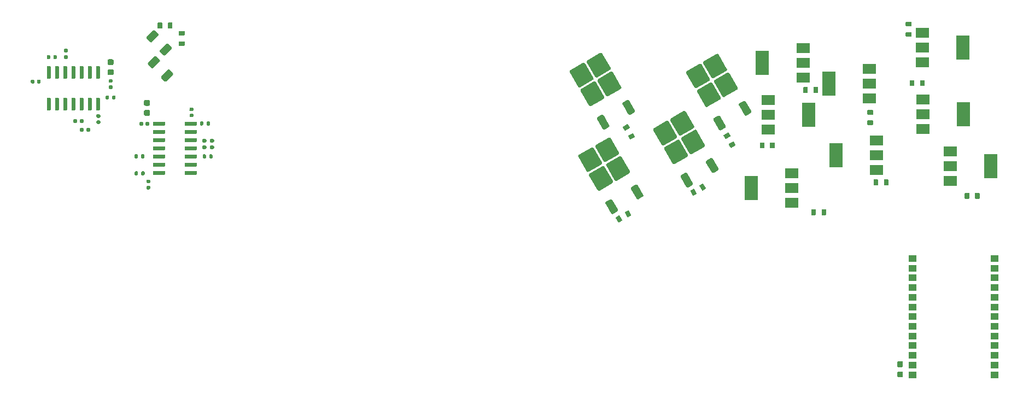
<source format=gtp>
G04 #@! TF.GenerationSoftware,KiCad,Pcbnew,8.0.8-8.0.8-0~ubuntu24.04.1*
G04 #@! TF.CreationDate,2025-01-29T22:02:19+00:00*
G04 #@! TF.ProjectId,VFRECU-VR,56465245-4355-42d5-9652-2e6b69636164,rev?*
G04 #@! TF.SameCoordinates,Original*
G04 #@! TF.FileFunction,Paste,Top*
G04 #@! TF.FilePolarity,Positive*
%FSLAX46Y46*%
G04 Gerber Fmt 4.6, Leading zero omitted, Abs format (unit mm)*
G04 Created by KiCad (PCBNEW 8.0.8-8.0.8-0~ubuntu24.04.1) date 2025-01-29 22:02:19*
%MOMM*%
%LPD*%
G01*
G04 APERTURE LIST*
%ADD10R,2.000000X1.500000*%
%ADD11R,2.000000X3.800000*%
%ADD12R,1.300000X1.000000*%
G04 APERTURE END LIST*
D10*
G04 #@! TO.C,Q7*
X126954000Y49442000D03*
X126954000Y51742000D03*
X126954000Y54042000D03*
D11*
X120654000Y51742000D03*
G04 #@! TD*
G04 #@! TO.C,R32*
G36*
G01*
X142922940Y58124420D02*
X143702940Y58124420D01*
G75*
G02*
X143772940Y58054420I0J-70000D01*
G01*
X143772940Y57494420D01*
G75*
G02*
X143702940Y57424420I-70000J0D01*
G01*
X142922940Y57424420D01*
G75*
G02*
X142852940Y57494420I0J70000D01*
G01*
X142852940Y58054420D01*
G75*
G02*
X142922940Y58124420I70000J0D01*
G01*
G37*
G36*
G01*
X142922940Y56524420D02*
X143702940Y56524420D01*
G75*
G02*
X143772940Y56454420I0J-70000D01*
G01*
X143772940Y55894420D01*
G75*
G02*
X143702940Y55824420I-70000J0D01*
G01*
X142922940Y55824420D01*
G75*
G02*
X142852940Y55894420I0J70000D01*
G01*
X142852940Y56454420D01*
G75*
G02*
X142922940Y56524420I70000J0D01*
G01*
G37*
G04 #@! TD*
G04 #@! TO.C,R31*
G36*
G01*
X143477000Y48236928D02*
X143477000Y49016928D01*
G75*
G02*
X143547000Y49086928I70000J0D01*
G01*
X144107000Y49086928D01*
G75*
G02*
X144177000Y49016928I0J-70000D01*
G01*
X144177000Y48236928D01*
G75*
G02*
X144107000Y48166928I-70000J0D01*
G01*
X143547000Y48166928D01*
G75*
G02*
X143477000Y48236928I0J70000D01*
G01*
G37*
G36*
G01*
X145077000Y48236928D02*
X145077000Y49016928D01*
G75*
G02*
X145147000Y49086928I70000J0D01*
G01*
X145707000Y49086928D01*
G75*
G02*
X145777000Y49016928I0J-70000D01*
G01*
X145777000Y48236928D01*
G75*
G02*
X145707000Y48166928I-70000J0D01*
G01*
X145147000Y48166928D01*
G75*
G02*
X145077000Y48236928I0J70000D01*
G01*
G37*
G04 #@! TD*
G04 #@! TO.C,R29*
G36*
G01*
X137754928Y42142000D02*
X136974928Y42142000D01*
G75*
G02*
X136904928Y42212000I0J70000D01*
G01*
X136904928Y42772000D01*
G75*
G02*
X136974928Y42842000I70000J0D01*
G01*
X137754928Y42842000D01*
G75*
G02*
X137824928Y42772000I0J-70000D01*
G01*
X137824928Y42212000D01*
G75*
G02*
X137754928Y42142000I-70000J0D01*
G01*
G37*
G36*
G01*
X137754928Y43742000D02*
X136974928Y43742000D01*
G75*
G02*
X136904928Y43812000I0J70000D01*
G01*
X136904928Y44372000D01*
G75*
G02*
X136974928Y44442000I70000J0D01*
G01*
X137754928Y44442000D01*
G75*
G02*
X137824928Y44372000I0J-70000D01*
G01*
X137824928Y43812000D01*
G75*
G02*
X137754928Y43742000I-70000J0D01*
G01*
G37*
G04 #@! TD*
D10*
G04 #@! TO.C,Q9*
X125229000Y30059000D03*
X125229000Y32359000D03*
X125229000Y34659000D03*
D11*
X118929000Y32359000D03*
G04 #@! TD*
G04 #@! TO.C,R34*
G36*
G01*
X33551700Y42189500D02*
X33551700Y42559500D01*
G75*
G02*
X33686700Y42694500I135000J0D01*
G01*
X33956700Y42694500D01*
G75*
G02*
X34091700Y42559500I0J-135000D01*
G01*
X34091700Y42189500D01*
G75*
G02*
X33956700Y42054500I-135000J0D01*
G01*
X33686700Y42054500D01*
G75*
G02*
X33551700Y42189500I0J135000D01*
G01*
G37*
G36*
G01*
X34571700Y42189500D02*
X34571700Y42559500D01*
G75*
G02*
X34706700Y42694500I135000J0D01*
G01*
X34976700Y42694500D01*
G75*
G02*
X35111700Y42559500I0J-135000D01*
G01*
X35111700Y42189500D01*
G75*
G02*
X34976700Y42054500I-135000J0D01*
G01*
X34706700Y42054500D01*
G75*
G02*
X34571700Y42189500I0J135000D01*
G01*
G37*
G04 #@! TD*
G04 #@! TO.C,C4*
G36*
G01*
X25403780Y33675540D02*
X25743780Y33675540D01*
G75*
G02*
X25883780Y33535540I0J-140000D01*
G01*
X25883780Y33255540D01*
G75*
G02*
X25743780Y33115540I-140000J0D01*
G01*
X25403780Y33115540D01*
G75*
G02*
X25263780Y33255540I0J140000D01*
G01*
X25263780Y33535540D01*
G75*
G02*
X25403780Y33675540I140000J0D01*
G01*
G37*
G36*
G01*
X25403780Y32715540D02*
X25743780Y32715540D01*
G75*
G02*
X25883780Y32575540I0J-140000D01*
G01*
X25883780Y32295540D01*
G75*
G02*
X25743780Y32155540I-140000J0D01*
G01*
X25403780Y32155540D01*
G75*
G02*
X25263780Y32295540I0J140000D01*
G01*
X25263780Y32575540D01*
G75*
G02*
X25403780Y32715540I140000J0D01*
G01*
G37*
G04 #@! TD*
G04 #@! TO.C,Q1*
G36*
G01*
X114883109Y41670372D02*
X114276891Y41320372D01*
G75*
G02*
X113935385Y41411878I-125000J216506D01*
G01*
X113085385Y42884122D01*
G75*
G02*
X113176891Y43225628I216506J125000D01*
G01*
X113783109Y43575628D01*
G75*
G02*
X114124615Y43484122I125000J-216506D01*
G01*
X114974615Y42011878D01*
G75*
G02*
X114883109Y41670372I-216506J-125000D01*
G01*
G37*
G36*
G01*
X116749506Y47597679D02*
X114800948Y46472679D01*
G75*
G02*
X114459442Y46564185I-125000J216506D01*
G01*
X113184442Y48772549D01*
G75*
G02*
X113275948Y49114055I216506J125000D01*
G01*
X115224506Y50239055D01*
G75*
G02*
X115566012Y50147549I125000J-216506D01*
G01*
X116841012Y47939185D01*
G75*
G02*
X116749506Y47597679I-216506J-125000D01*
G01*
G37*
G36*
G01*
X114108128Y46072679D02*
X112159570Y44947679D01*
G75*
G02*
X111818064Y45039185I-125000J216506D01*
G01*
X110543064Y47247549D01*
G75*
G02*
X110634570Y47589055I216506J125000D01*
G01*
X112583128Y48714055D01*
G75*
G02*
X112924634Y48622549I125000J-216506D01*
G01*
X114199634Y46414185D01*
G75*
G02*
X114108128Y46072679I-216506J-125000D01*
G01*
G37*
G36*
G01*
X115074506Y50498865D02*
X113125948Y49373865D01*
G75*
G02*
X112784442Y49465371I-125000J216506D01*
G01*
X111509442Y51673735D01*
G75*
G02*
X111600948Y52015241I216506J125000D01*
G01*
X113549506Y53140241D01*
G75*
G02*
X113891012Y53048735I125000J-216506D01*
G01*
X115166012Y50840371D01*
G75*
G02*
X115074506Y50498865I-216506J-125000D01*
G01*
G37*
G36*
G01*
X112433128Y48973865D02*
X110484570Y47848865D01*
G75*
G02*
X110143064Y47940371I-125000J216506D01*
G01*
X108868064Y50148735D01*
G75*
G02*
X108959570Y50490241I216506J125000D01*
G01*
X110908128Y51615241D01*
G75*
G02*
X111249634Y51523735I125000J-216506D01*
G01*
X112524634Y49315371D01*
G75*
G02*
X112433128Y48973865I-216506J-125000D01*
G01*
G37*
G36*
G01*
X118832185Y43950372D02*
X118225967Y43600372D01*
G75*
G02*
X117884461Y43691878I-125000J216506D01*
G01*
X117034461Y45164122D01*
G75*
G02*
X117125967Y45505628I216506J125000D01*
G01*
X117732185Y45855628D01*
G75*
G02*
X118073691Y45764122I125000J-216506D01*
G01*
X118923691Y44291878D01*
G75*
G02*
X118832185Y43950372I-216506J-125000D01*
G01*
G37*
G04 #@! TD*
G04 #@! TO.C,R39*
G36*
G01*
X11413500Y52836340D02*
X11413500Y52466340D01*
G75*
G02*
X11278500Y52331340I-135000J0D01*
G01*
X11008500Y52331340D01*
G75*
G02*
X10873500Y52466340I0J135000D01*
G01*
X10873500Y52836340D01*
G75*
G02*
X11008500Y52971340I135000J0D01*
G01*
X11278500Y52971340D01*
G75*
G02*
X11413500Y52836340I0J-135000D01*
G01*
G37*
G36*
G01*
X10393500Y52836340D02*
X10393500Y52466340D01*
G75*
G02*
X10258500Y52331340I-135000J0D01*
G01*
X9988500Y52331340D01*
G75*
G02*
X9853500Y52466340I0J135000D01*
G01*
X9853500Y52836340D01*
G75*
G02*
X9988500Y52971340I135000J0D01*
G01*
X10258500Y52971340D01*
G75*
G02*
X10393500Y52836340I0J-135000D01*
G01*
G37*
G04 #@! TD*
G04 #@! TO.C,R40*
G36*
G01*
X12637980Y53934260D02*
X13007980Y53934260D01*
G75*
G02*
X13142980Y53799260I0J-135000D01*
G01*
X13142980Y53529260D01*
G75*
G02*
X13007980Y53394260I-135000J0D01*
G01*
X12637980Y53394260D01*
G75*
G02*
X12502980Y53529260I0J135000D01*
G01*
X12502980Y53799260D01*
G75*
G02*
X12637980Y53934260I135000J0D01*
G01*
G37*
G36*
G01*
X12637980Y52914260D02*
X13007980Y52914260D01*
G75*
G02*
X13142980Y52779260I0J-135000D01*
G01*
X13142980Y52509260D01*
G75*
G02*
X13007980Y52374260I-135000J0D01*
G01*
X12637980Y52374260D01*
G75*
G02*
X12502980Y52509260I0J135000D01*
G01*
X12502980Y52779260D01*
G75*
G02*
X12637980Y52914260I135000J0D01*
G01*
G37*
G04 #@! TD*
G04 #@! TO.C,Q4*
G36*
G01*
X96852033Y41810372D02*
X96245815Y41460372D01*
G75*
G02*
X95904309Y41551878I-125000J216506D01*
G01*
X95054309Y43024122D01*
G75*
G02*
X95145815Y43365628I216506J125000D01*
G01*
X95752033Y43715628D01*
G75*
G02*
X96093539Y43624122I125000J-216506D01*
G01*
X96943539Y42151878D01*
G75*
G02*
X96852033Y41810372I-216506J-125000D01*
G01*
G37*
G36*
G01*
X98718430Y47737679D02*
X96769872Y46612679D01*
G75*
G02*
X96428366Y46704185I-125000J216506D01*
G01*
X95153366Y48912549D01*
G75*
G02*
X95244872Y49254055I216506J125000D01*
G01*
X97193430Y50379055D01*
G75*
G02*
X97534936Y50287549I125000J-216506D01*
G01*
X98809936Y48079185D01*
G75*
G02*
X98718430Y47737679I-216506J-125000D01*
G01*
G37*
G36*
G01*
X96077052Y46212679D02*
X94128494Y45087679D01*
G75*
G02*
X93786988Y45179185I-125000J216506D01*
G01*
X92511988Y47387549D01*
G75*
G02*
X92603494Y47729055I216506J125000D01*
G01*
X94552052Y48854055D01*
G75*
G02*
X94893558Y48762549I125000J-216506D01*
G01*
X96168558Y46554185D01*
G75*
G02*
X96077052Y46212679I-216506J-125000D01*
G01*
G37*
G36*
G01*
X97043430Y50638865D02*
X95094872Y49513865D01*
G75*
G02*
X94753366Y49605371I-125000J216506D01*
G01*
X93478366Y51813735D01*
G75*
G02*
X93569872Y52155241I216506J125000D01*
G01*
X95518430Y53280241D01*
G75*
G02*
X95859936Y53188735I125000J-216506D01*
G01*
X97134936Y50980371D01*
G75*
G02*
X97043430Y50638865I-216506J-125000D01*
G01*
G37*
G36*
G01*
X94402052Y49113865D02*
X92453494Y47988865D01*
G75*
G02*
X92111988Y48080371I-125000J216506D01*
G01*
X90836988Y50288735D01*
G75*
G02*
X90928494Y50630241I216506J125000D01*
G01*
X92877052Y51755241D01*
G75*
G02*
X93218558Y51663735I125000J-216506D01*
G01*
X94493558Y49455371D01*
G75*
G02*
X94402052Y49113865I-216506J-125000D01*
G01*
G37*
G36*
G01*
X100801109Y44090372D02*
X100194891Y43740372D01*
G75*
G02*
X99853385Y43831878I-125000J216506D01*
G01*
X99003385Y45304122D01*
G75*
G02*
X99094891Y45645628I216506J125000D01*
G01*
X99701109Y45995628D01*
G75*
G02*
X100042615Y45904122I125000J-216506D01*
G01*
X100892615Y44431878D01*
G75*
G02*
X100801109Y44090372I-216506J-125000D01*
G01*
G37*
G04 #@! TD*
G04 #@! TO.C,R27*
G36*
G01*
X35622000Y38413000D02*
X35252000Y38413000D01*
G75*
G02*
X35117000Y38548000I0J135000D01*
G01*
X35117000Y38818000D01*
G75*
G02*
X35252000Y38953000I135000J0D01*
G01*
X35622000Y38953000D01*
G75*
G02*
X35757000Y38818000I0J-135000D01*
G01*
X35757000Y38548000D01*
G75*
G02*
X35622000Y38413000I-135000J0D01*
G01*
G37*
G36*
G01*
X35622000Y39433000D02*
X35252000Y39433000D01*
G75*
G02*
X35117000Y39568000I0J135000D01*
G01*
X35117000Y39838000D01*
G75*
G02*
X35252000Y39973000I135000J0D01*
G01*
X35622000Y39973000D01*
G75*
G02*
X35757000Y39838000I0J-135000D01*
G01*
X35757000Y39568000D01*
G75*
G02*
X35622000Y39433000I-135000J0D01*
G01*
G37*
G04 #@! TD*
G04 #@! TO.C,R28*
G36*
G01*
X23439960Y34462820D02*
X23439960Y34832820D01*
G75*
G02*
X23574960Y34967820I135000J0D01*
G01*
X23844960Y34967820D01*
G75*
G02*
X23979960Y34832820I0J-135000D01*
G01*
X23979960Y34462820D01*
G75*
G02*
X23844960Y34327820I-135000J0D01*
G01*
X23574960Y34327820D01*
G75*
G02*
X23439960Y34462820I0J135000D01*
G01*
G37*
G36*
G01*
X24459960Y34462820D02*
X24459960Y34832820D01*
G75*
G02*
X24594960Y34967820I135000J0D01*
G01*
X24864960Y34967820D01*
G75*
G02*
X24999960Y34832820I0J-135000D01*
G01*
X24999960Y34462820D01*
G75*
G02*
X24864960Y34327820I-135000J0D01*
G01*
X24594960Y34327820D01*
G75*
G02*
X24459960Y34462820I0J135000D01*
G01*
G37*
G04 #@! TD*
G04 #@! TO.C,C11*
G36*
G01*
X8896680Y49029120D02*
X8896680Y48689120D01*
G75*
G02*
X8756680Y48549120I-140000J0D01*
G01*
X8476680Y48549120D01*
G75*
G02*
X8336680Y48689120I0J140000D01*
G01*
X8336680Y49029120D01*
G75*
G02*
X8476680Y49169120I140000J0D01*
G01*
X8756680Y49169120D01*
G75*
G02*
X8896680Y49029120I0J-140000D01*
G01*
G37*
G36*
G01*
X7936680Y49029120D02*
X7936680Y48689120D01*
G75*
G02*
X7796680Y48549120I-140000J0D01*
G01*
X7516680Y48549120D01*
G75*
G02*
X7376680Y48689120I0J140000D01*
G01*
X7376680Y49029120D01*
G75*
G02*
X7516680Y49169120I140000J0D01*
G01*
X7796680Y49169120D01*
G75*
G02*
X7936680Y49029120I0J-140000D01*
G01*
G37*
G04 #@! TD*
G04 #@! TO.C,C10*
G36*
G01*
X18004400Y42292680D02*
X17664400Y42292680D01*
G75*
G02*
X17524400Y42432680I0J140000D01*
G01*
X17524400Y42712680D01*
G75*
G02*
X17664400Y42852680I140000J0D01*
G01*
X18004400Y42852680D01*
G75*
G02*
X18144400Y42712680I0J-140000D01*
G01*
X18144400Y42432680D01*
G75*
G02*
X18004400Y42292680I-140000J0D01*
G01*
G37*
G36*
G01*
X18004400Y43252680D02*
X17664400Y43252680D01*
G75*
G02*
X17524400Y43392680I0J140000D01*
G01*
X17524400Y43672680D01*
G75*
G02*
X17664400Y43812680I140000J0D01*
G01*
X18004400Y43812680D01*
G75*
G02*
X18144400Y43672680I0J-140000D01*
G01*
X18144400Y43392680D01*
G75*
G02*
X18004400Y43252680I-140000J0D01*
G01*
G37*
G04 #@! TD*
G04 #@! TO.C,C12A*
G36*
G01*
X19917020Y47715580D02*
X19577020Y47715580D01*
G75*
G02*
X19437020Y47855580I0J140000D01*
G01*
X19437020Y48135580D01*
G75*
G02*
X19577020Y48275580I140000J0D01*
G01*
X19917020Y48275580D01*
G75*
G02*
X20057020Y48135580I0J-140000D01*
G01*
X20057020Y47855580D01*
G75*
G02*
X19917020Y47715580I-140000J0D01*
G01*
G37*
G36*
G01*
X19917020Y48675580D02*
X19577020Y48675580D01*
G75*
G02*
X19437020Y48815580I0J140000D01*
G01*
X19437020Y49095580D01*
G75*
G02*
X19577020Y49235580I140000J0D01*
G01*
X19917020Y49235580D01*
G75*
G02*
X20057020Y49095580I0J-140000D01*
G01*
X20057020Y48815580D01*
G75*
G02*
X19917020Y48675580I-140000J0D01*
G01*
G37*
G04 #@! TD*
G04 #@! TO.C,R30*
G36*
G01*
X140178000Y33631072D02*
X140178000Y32851072D01*
G75*
G02*
X140108000Y32781072I-70000J0D01*
G01*
X139548000Y32781072D01*
G75*
G02*
X139478000Y32851072I0J70000D01*
G01*
X139478000Y33631072D01*
G75*
G02*
X139548000Y33701072I70000J0D01*
G01*
X140108000Y33701072D01*
G75*
G02*
X140178000Y33631072I0J-70000D01*
G01*
G37*
G36*
G01*
X138578000Y33631072D02*
X138578000Y32851072D01*
G75*
G02*
X138508000Y32781072I-70000J0D01*
G01*
X137948000Y32781072D01*
G75*
G02*
X137878000Y32851072I0J70000D01*
G01*
X137878000Y33631072D01*
G75*
G02*
X137948000Y33701072I70000J0D01*
G01*
X138508000Y33701072D01*
G75*
G02*
X138578000Y33631072I0J-70000D01*
G01*
G37*
G04 #@! TD*
G04 #@! TO.C,R2*
G36*
G01*
X29314000Y57922000D02*
X29314000Y57142000D01*
G75*
G02*
X29244000Y57072000I-70000J0D01*
G01*
X28684000Y57072000D01*
G75*
G02*
X28614000Y57142000I0J70000D01*
G01*
X28614000Y57922000D01*
G75*
G02*
X28684000Y57992000I70000J0D01*
G01*
X29244000Y57992000D01*
G75*
G02*
X29314000Y57922000I0J-70000D01*
G01*
G37*
G36*
G01*
X27714000Y57922000D02*
X27714000Y57142000D01*
G75*
G02*
X27644000Y57072000I-70000J0D01*
G01*
X27084000Y57072000D01*
G75*
G02*
X27014000Y57142000I0J70000D01*
G01*
X27014000Y57922000D01*
G75*
G02*
X27084000Y57992000I70000J0D01*
G01*
X27644000Y57992000D01*
G75*
G02*
X27714000Y57922000I0J-70000D01*
G01*
G37*
G04 #@! TD*
D10*
G04 #@! TO.C,Q14*
X138324000Y35162000D03*
X138324000Y37462000D03*
X138324000Y39762000D03*
D11*
X132024000Y37462000D03*
G04 #@! TD*
G04 #@! TO.C,IC2*
G36*
G01*
X33087540Y34946310D02*
X33087540Y34496310D01*
G75*
G02*
X33012540Y34421310I-75000J0D01*
G01*
X31262540Y34421310D01*
G75*
G02*
X31187540Y34496310I0J75000D01*
G01*
X31187540Y34946310D01*
G75*
G02*
X31262540Y35021310I75000J0D01*
G01*
X33012540Y35021310D01*
G75*
G02*
X33087540Y34946310I0J-75000D01*
G01*
G37*
G36*
G01*
X33087540Y36216310D02*
X33087540Y35766310D01*
G75*
G02*
X33012540Y35691310I-75000J0D01*
G01*
X31262540Y35691310D01*
G75*
G02*
X31187540Y35766310I0J75000D01*
G01*
X31187540Y36216310D01*
G75*
G02*
X31262540Y36291310I75000J0D01*
G01*
X33012540Y36291310D01*
G75*
G02*
X33087540Y36216310I0J-75000D01*
G01*
G37*
G36*
G01*
X33087540Y37486310D02*
X33087540Y37036310D01*
G75*
G02*
X33012540Y36961310I-75000J0D01*
G01*
X31262540Y36961310D01*
G75*
G02*
X31187540Y37036310I0J75000D01*
G01*
X31187540Y37486310D01*
G75*
G02*
X31262540Y37561310I75000J0D01*
G01*
X33012540Y37561310D01*
G75*
G02*
X33087540Y37486310I0J-75000D01*
G01*
G37*
G36*
G01*
X33087540Y38756310D02*
X33087540Y38306310D01*
G75*
G02*
X33012540Y38231310I-75000J0D01*
G01*
X31262540Y38231310D01*
G75*
G02*
X31187540Y38306310I0J75000D01*
G01*
X31187540Y38756310D01*
G75*
G02*
X31262540Y38831310I75000J0D01*
G01*
X33012540Y38831310D01*
G75*
G02*
X33087540Y38756310I0J-75000D01*
G01*
G37*
G36*
G01*
X33087540Y40026310D02*
X33087540Y39576310D01*
G75*
G02*
X33012540Y39501310I-75000J0D01*
G01*
X31262540Y39501310D01*
G75*
G02*
X31187540Y39576310I0J75000D01*
G01*
X31187540Y40026310D01*
G75*
G02*
X31262540Y40101310I75000J0D01*
G01*
X33012540Y40101310D01*
G75*
G02*
X33087540Y40026310I0J-75000D01*
G01*
G37*
G36*
G01*
X33087540Y41296310D02*
X33087540Y40846310D01*
G75*
G02*
X33012540Y40771310I-75000J0D01*
G01*
X31262540Y40771310D01*
G75*
G02*
X31187540Y40846310I0J75000D01*
G01*
X31187540Y41296310D01*
G75*
G02*
X31262540Y41371310I75000J0D01*
G01*
X33012540Y41371310D01*
G75*
G02*
X33087540Y41296310I0J-75000D01*
G01*
G37*
G36*
G01*
X33087540Y42566310D02*
X33087540Y42116310D01*
G75*
G02*
X33012540Y42041310I-75000J0D01*
G01*
X31262540Y42041310D01*
G75*
G02*
X31187540Y42116310I0J75000D01*
G01*
X31187540Y42566310D01*
G75*
G02*
X31262540Y42641310I75000J0D01*
G01*
X33012540Y42641310D01*
G75*
G02*
X33087540Y42566310I0J-75000D01*
G01*
G37*
G36*
G01*
X28177540Y42566310D02*
X28177540Y42116310D01*
G75*
G02*
X28102540Y42041310I-75000J0D01*
G01*
X26352540Y42041310D01*
G75*
G02*
X26277540Y42116310I0J75000D01*
G01*
X26277540Y42566310D01*
G75*
G02*
X26352540Y42641310I75000J0D01*
G01*
X28102540Y42641310D01*
G75*
G02*
X28177540Y42566310I0J-75000D01*
G01*
G37*
G36*
G01*
X28177540Y41296310D02*
X28177540Y40846310D01*
G75*
G02*
X28102540Y40771310I-75000J0D01*
G01*
X26352540Y40771310D01*
G75*
G02*
X26277540Y40846310I0J75000D01*
G01*
X26277540Y41296310D01*
G75*
G02*
X26352540Y41371310I75000J0D01*
G01*
X28102540Y41371310D01*
G75*
G02*
X28177540Y41296310I0J-75000D01*
G01*
G37*
G36*
G01*
X28177540Y40026310D02*
X28177540Y39576310D01*
G75*
G02*
X28102540Y39501310I-75000J0D01*
G01*
X26352540Y39501310D01*
G75*
G02*
X26277540Y39576310I0J75000D01*
G01*
X26277540Y40026310D01*
G75*
G02*
X26352540Y40101310I75000J0D01*
G01*
X28102540Y40101310D01*
G75*
G02*
X28177540Y40026310I0J-75000D01*
G01*
G37*
G36*
G01*
X28177540Y38756310D02*
X28177540Y38306310D01*
G75*
G02*
X28102540Y38231310I-75000J0D01*
G01*
X26352540Y38231310D01*
G75*
G02*
X26277540Y38306310I0J75000D01*
G01*
X26277540Y38756310D01*
G75*
G02*
X26352540Y38831310I75000J0D01*
G01*
X28102540Y38831310D01*
G75*
G02*
X28177540Y38756310I0J-75000D01*
G01*
G37*
G36*
G01*
X28177540Y37486310D02*
X28177540Y37036310D01*
G75*
G02*
X28102540Y36961310I-75000J0D01*
G01*
X26352540Y36961310D01*
G75*
G02*
X26277540Y37036310I0J75000D01*
G01*
X26277540Y37486310D01*
G75*
G02*
X26352540Y37561310I75000J0D01*
G01*
X28102540Y37561310D01*
G75*
G02*
X28177540Y37486310I0J-75000D01*
G01*
G37*
G36*
G01*
X28177540Y36216310D02*
X28177540Y35766310D01*
G75*
G02*
X28102540Y35691310I-75000J0D01*
G01*
X26352540Y35691310D01*
G75*
G02*
X26277540Y35766310I0J75000D01*
G01*
X26277540Y36216310D01*
G75*
G02*
X26352540Y36291310I75000J0D01*
G01*
X28102540Y36291310D01*
G75*
G02*
X28177540Y36216310I0J-75000D01*
G01*
G37*
G36*
G01*
X28177540Y34946310D02*
X28177540Y34496310D01*
G75*
G02*
X28102540Y34421310I-75000J0D01*
G01*
X26352540Y34421310D01*
G75*
G02*
X26277540Y34496310I0J75000D01*
G01*
X26277540Y34946310D01*
G75*
G02*
X26352540Y35021310I75000J0D01*
G01*
X28102540Y35021310D01*
G75*
G02*
X28177540Y34946310I0J-75000D01*
G01*
G37*
G04 #@! TD*
G04 #@! TO.C,Q3*
G36*
G01*
X109796109Y32814372D02*
X109189891Y32464372D01*
G75*
G02*
X108848385Y32555878I-125000J216506D01*
G01*
X107998385Y34028122D01*
G75*
G02*
X108089891Y34369628I216506J125000D01*
G01*
X108696109Y34719628D01*
G75*
G02*
X109037615Y34628122I125000J-216506D01*
G01*
X109887615Y33155878D01*
G75*
G02*
X109796109Y32814372I-216506J-125000D01*
G01*
G37*
G36*
G01*
X111662506Y38741679D02*
X109713948Y37616679D01*
G75*
G02*
X109372442Y37708185I-125000J216506D01*
G01*
X108097442Y39916549D01*
G75*
G02*
X108188948Y40258055I216506J125000D01*
G01*
X110137506Y41383055D01*
G75*
G02*
X110479012Y41291549I125000J-216506D01*
G01*
X111754012Y39083185D01*
G75*
G02*
X111662506Y38741679I-216506J-125000D01*
G01*
G37*
G36*
G01*
X109021128Y37216679D02*
X107072570Y36091679D01*
G75*
G02*
X106731064Y36183185I-125000J216506D01*
G01*
X105456064Y38391549D01*
G75*
G02*
X105547570Y38733055I216506J125000D01*
G01*
X107496128Y39858055D01*
G75*
G02*
X107837634Y39766549I125000J-216506D01*
G01*
X109112634Y37558185D01*
G75*
G02*
X109021128Y37216679I-216506J-125000D01*
G01*
G37*
G36*
G01*
X109987506Y41642865D02*
X108038948Y40517865D01*
G75*
G02*
X107697442Y40609371I-125000J216506D01*
G01*
X106422442Y42817735D01*
G75*
G02*
X106513948Y43159241I216506J125000D01*
G01*
X108462506Y44284241D01*
G75*
G02*
X108804012Y44192735I125000J-216506D01*
G01*
X110079012Y41984371D01*
G75*
G02*
X109987506Y41642865I-216506J-125000D01*
G01*
G37*
G36*
G01*
X107346128Y40117865D02*
X105397570Y38992865D01*
G75*
G02*
X105056064Y39084371I-125000J216506D01*
G01*
X103781064Y41292735D01*
G75*
G02*
X103872570Y41634241I216506J125000D01*
G01*
X105821128Y42759241D01*
G75*
G02*
X106162634Y42667735I125000J-216506D01*
G01*
X107437634Y40459371D01*
G75*
G02*
X107346128Y40117865I-216506J-125000D01*
G01*
G37*
G36*
G01*
X113745185Y35094372D02*
X113138967Y34744372D01*
G75*
G02*
X112797461Y34835878I-125000J216506D01*
G01*
X111947461Y36308122D01*
G75*
G02*
X112038967Y36649628I216506J125000D01*
G01*
X112645185Y36999628D01*
G75*
G02*
X112986691Y36908122I125000J-216506D01*
G01*
X113836691Y35435878D01*
G75*
G02*
X113745185Y35094372I-216506J-125000D01*
G01*
G37*
G04 #@! TD*
D10*
G04 #@! TO.C,Q13*
X137258000Y46252000D03*
X137258000Y48552000D03*
X137258000Y50852000D03*
D11*
X130958000Y48552000D03*
G04 #@! TD*
D10*
G04 #@! TO.C,Q8*
X121556000Y46011000D03*
X121556000Y43711000D03*
X121556000Y41411000D03*
D11*
X127856000Y43711000D03*
G04 #@! TD*
G04 #@! TO.C,C1*
G36*
G01*
X142344994Y3064999D02*
X141664994Y3064999D01*
G75*
G02*
X141579994Y3149999I0J85000D01*
G01*
X141579994Y3829999D01*
G75*
G02*
X141664994Y3914999I85000J0D01*
G01*
X142344994Y3914999D01*
G75*
G02*
X142429994Y3829999I0J-85000D01*
G01*
X142429994Y3149999D01*
G75*
G02*
X142344994Y3064999I-85000J0D01*
G01*
G37*
G36*
G01*
X142344994Y4645001D02*
X141664994Y4645001D01*
G75*
G02*
X141579994Y4730001I0J85000D01*
G01*
X141579994Y5410001D01*
G75*
G02*
X141664994Y5495001I85000J0D01*
G01*
X142344994Y5495001D01*
G75*
G02*
X142429994Y5410001I0J-85000D01*
G01*
X142429994Y4730001D01*
G75*
G02*
X142344994Y4645001I-85000J0D01*
G01*
G37*
G04 #@! TD*
G04 #@! TO.C,R10*
G36*
G01*
X98353071Y27066250D02*
X97963071Y27741750D01*
G75*
G02*
X97988693Y27837372I60622J35000D01*
G01*
X98473667Y28117372D01*
G75*
G02*
X98569289Y28091750I35000J-60622D01*
G01*
X98959289Y27416250D01*
G75*
G02*
X98933667Y27320628I-60622J-35000D01*
G01*
X98448693Y27040628D01*
G75*
G02*
X98353071Y27066250I-35000J60622D01*
G01*
G37*
G36*
G01*
X99738711Y27866250D02*
X99348711Y28541750D01*
G75*
G02*
X99374333Y28637372I60622J35000D01*
G01*
X99859307Y28917372D01*
G75*
G02*
X99954929Y28891750I35000J-60622D01*
G01*
X100344929Y28216250D01*
G75*
G02*
X100319307Y28120628I-60622J-35000D01*
G01*
X99834333Y27840628D01*
G75*
G02*
X99738711Y27866250I-35000J60622D01*
G01*
G37*
G04 #@! TD*
G04 #@! TO.C,C3*
G36*
G01*
X24201640Y42151160D02*
X24201640Y42491160D01*
G75*
G02*
X24341640Y42631160I140000J0D01*
G01*
X24621640Y42631160D01*
G75*
G02*
X24761640Y42491160I0J-140000D01*
G01*
X24761640Y42151160D01*
G75*
G02*
X24621640Y42011160I-140000J0D01*
G01*
X24341640Y42011160D01*
G75*
G02*
X24201640Y42151160I0J140000D01*
G01*
G37*
G36*
G01*
X25161640Y42151160D02*
X25161640Y42491160D01*
G75*
G02*
X25301640Y42631160I140000J0D01*
G01*
X25581640Y42631160D01*
G75*
G02*
X25721640Y42491160I0J-140000D01*
G01*
X25721640Y42151160D01*
G75*
G02*
X25581640Y42011160I-140000J0D01*
G01*
X25301640Y42011160D01*
G75*
G02*
X25161640Y42151160I0J140000D01*
G01*
G37*
G04 #@! TD*
G04 #@! TO.C,R22*
G36*
G01*
X120254000Y38585928D02*
X120254000Y39365928D01*
G75*
G02*
X120324000Y39435928I70000J0D01*
G01*
X120884000Y39435928D01*
G75*
G02*
X120954000Y39365928I0J-70000D01*
G01*
X120954000Y38585928D01*
G75*
G02*
X120884000Y38515928I-70000J0D01*
G01*
X120324000Y38515928D01*
G75*
G02*
X120254000Y38585928I0J70000D01*
G01*
G37*
G36*
G01*
X121854000Y38585928D02*
X121854000Y39365928D01*
G75*
G02*
X121924000Y39435928I70000J0D01*
G01*
X122484000Y39435928D01*
G75*
G02*
X122554000Y39365928I0J-70000D01*
G01*
X122554000Y38585928D01*
G75*
G02*
X122484000Y38515928I-70000J0D01*
G01*
X121924000Y38515928D01*
G75*
G02*
X121854000Y38585928I0J70000D01*
G01*
G37*
G04 #@! TD*
G04 #@! TO.C,C5*
G36*
G01*
X32081440Y44859160D02*
X32421440Y44859160D01*
G75*
G02*
X32561440Y44719160I0J-140000D01*
G01*
X32561440Y44439160D01*
G75*
G02*
X32421440Y44299160I-140000J0D01*
G01*
X32081440Y44299160D01*
G75*
G02*
X31941440Y44439160I0J140000D01*
G01*
X31941440Y44719160D01*
G75*
G02*
X32081440Y44859160I140000J0D01*
G01*
G37*
G36*
G01*
X32081440Y43899160D02*
X32421440Y43899160D01*
G75*
G02*
X32561440Y43759160I0J-140000D01*
G01*
X32561440Y43479160D01*
G75*
G02*
X32421440Y43339160I-140000J0D01*
G01*
X32081440Y43339160D01*
G75*
G02*
X31941440Y43479160I0J140000D01*
G01*
X31941440Y43759160D01*
G75*
G02*
X32081440Y43899160I140000J0D01*
G01*
G37*
G04 #@! TD*
G04 #@! TO.C,R37*
G36*
G01*
X16536680Y41576520D02*
X16536680Y41206520D01*
G75*
G02*
X16401680Y41071520I-135000J0D01*
G01*
X16131680Y41071520D01*
G75*
G02*
X15996680Y41206520I0J135000D01*
G01*
X15996680Y41576520D01*
G75*
G02*
X16131680Y41711520I135000J0D01*
G01*
X16401680Y41711520D01*
G75*
G02*
X16536680Y41576520I0J-135000D01*
G01*
G37*
G36*
G01*
X15516680Y41576520D02*
X15516680Y41206520D01*
G75*
G02*
X15381680Y41071520I-135000J0D01*
G01*
X15111680Y41071520D01*
G75*
G02*
X14976680Y41206520I0J135000D01*
G01*
X14976680Y41576520D01*
G75*
G02*
X15111680Y41711520I135000J0D01*
G01*
X15381680Y41711520D01*
G75*
G02*
X15516680Y41576520I0J-135000D01*
G01*
G37*
G04 #@! TD*
G04 #@! TO.C,IC2A*
G36*
G01*
X10380020Y44432870D02*
X9930020Y44432870D01*
G75*
G02*
X9855020Y44507870I0J75000D01*
G01*
X9855020Y46257870D01*
G75*
G02*
X9930020Y46332870I75000J0D01*
G01*
X10380020Y46332870D01*
G75*
G02*
X10455020Y46257870I0J-75000D01*
G01*
X10455020Y44507870D01*
G75*
G02*
X10380020Y44432870I-75000J0D01*
G01*
G37*
G36*
G01*
X11650020Y44432870D02*
X11200020Y44432870D01*
G75*
G02*
X11125020Y44507870I0J75000D01*
G01*
X11125020Y46257870D01*
G75*
G02*
X11200020Y46332870I75000J0D01*
G01*
X11650020Y46332870D01*
G75*
G02*
X11725020Y46257870I0J-75000D01*
G01*
X11725020Y44507870D01*
G75*
G02*
X11650020Y44432870I-75000J0D01*
G01*
G37*
G36*
G01*
X12920020Y44432870D02*
X12470020Y44432870D01*
G75*
G02*
X12395020Y44507870I0J75000D01*
G01*
X12395020Y46257870D01*
G75*
G02*
X12470020Y46332870I75000J0D01*
G01*
X12920020Y46332870D01*
G75*
G02*
X12995020Y46257870I0J-75000D01*
G01*
X12995020Y44507870D01*
G75*
G02*
X12920020Y44432870I-75000J0D01*
G01*
G37*
G36*
G01*
X14190020Y44432870D02*
X13740020Y44432870D01*
G75*
G02*
X13665020Y44507870I0J75000D01*
G01*
X13665020Y46257870D01*
G75*
G02*
X13740020Y46332870I75000J0D01*
G01*
X14190020Y46332870D01*
G75*
G02*
X14265020Y46257870I0J-75000D01*
G01*
X14265020Y44507870D01*
G75*
G02*
X14190020Y44432870I-75000J0D01*
G01*
G37*
G36*
G01*
X15460020Y44432870D02*
X15010020Y44432870D01*
G75*
G02*
X14935020Y44507870I0J75000D01*
G01*
X14935020Y46257870D01*
G75*
G02*
X15010020Y46332870I75000J0D01*
G01*
X15460020Y46332870D01*
G75*
G02*
X15535020Y46257870I0J-75000D01*
G01*
X15535020Y44507870D01*
G75*
G02*
X15460020Y44432870I-75000J0D01*
G01*
G37*
G36*
G01*
X16730020Y44432870D02*
X16280020Y44432870D01*
G75*
G02*
X16205020Y44507870I0J75000D01*
G01*
X16205020Y46257870D01*
G75*
G02*
X16280020Y46332870I75000J0D01*
G01*
X16730020Y46332870D01*
G75*
G02*
X16805020Y46257870I0J-75000D01*
G01*
X16805020Y44507870D01*
G75*
G02*
X16730020Y44432870I-75000J0D01*
G01*
G37*
G36*
G01*
X18000020Y44432870D02*
X17550020Y44432870D01*
G75*
G02*
X17475020Y44507870I0J75000D01*
G01*
X17475020Y46257870D01*
G75*
G02*
X17550020Y46332870I75000J0D01*
G01*
X18000020Y46332870D01*
G75*
G02*
X18075020Y46257870I0J-75000D01*
G01*
X18075020Y44507870D01*
G75*
G02*
X18000020Y44432870I-75000J0D01*
G01*
G37*
G36*
G01*
X18000020Y49342870D02*
X17550020Y49342870D01*
G75*
G02*
X17475020Y49417870I0J75000D01*
G01*
X17475020Y51167870D01*
G75*
G02*
X17550020Y51242870I75000J0D01*
G01*
X18000020Y51242870D01*
G75*
G02*
X18075020Y51167870I0J-75000D01*
G01*
X18075020Y49417870D01*
G75*
G02*
X18000020Y49342870I-75000J0D01*
G01*
G37*
G36*
G01*
X16730020Y49342870D02*
X16280020Y49342870D01*
G75*
G02*
X16205020Y49417870I0J75000D01*
G01*
X16205020Y51167870D01*
G75*
G02*
X16280020Y51242870I75000J0D01*
G01*
X16730020Y51242870D01*
G75*
G02*
X16805020Y51167870I0J-75000D01*
G01*
X16805020Y49417870D01*
G75*
G02*
X16730020Y49342870I-75000J0D01*
G01*
G37*
G36*
G01*
X15460020Y49342870D02*
X15010020Y49342870D01*
G75*
G02*
X14935020Y49417870I0J75000D01*
G01*
X14935020Y51167870D01*
G75*
G02*
X15010020Y51242870I75000J0D01*
G01*
X15460020Y51242870D01*
G75*
G02*
X15535020Y51167870I0J-75000D01*
G01*
X15535020Y49417870D01*
G75*
G02*
X15460020Y49342870I-75000J0D01*
G01*
G37*
G36*
G01*
X14190020Y49342870D02*
X13740020Y49342870D01*
G75*
G02*
X13665020Y49417870I0J75000D01*
G01*
X13665020Y51167870D01*
G75*
G02*
X13740020Y51242870I75000J0D01*
G01*
X14190020Y51242870D01*
G75*
G02*
X14265020Y51167870I0J-75000D01*
G01*
X14265020Y49417870D01*
G75*
G02*
X14190020Y49342870I-75000J0D01*
G01*
G37*
G36*
G01*
X12920020Y49342870D02*
X12470020Y49342870D01*
G75*
G02*
X12395020Y49417870I0J75000D01*
G01*
X12395020Y51167870D01*
G75*
G02*
X12470020Y51242870I75000J0D01*
G01*
X12920020Y51242870D01*
G75*
G02*
X12995020Y51167870I0J-75000D01*
G01*
X12995020Y49417870D01*
G75*
G02*
X12920020Y49342870I-75000J0D01*
G01*
G37*
G36*
G01*
X11650020Y49342870D02*
X11200020Y49342870D01*
G75*
G02*
X11125020Y49417870I0J75000D01*
G01*
X11125020Y51167870D01*
G75*
G02*
X11200020Y51242870I75000J0D01*
G01*
X11650020Y51242870D01*
G75*
G02*
X11725020Y51167870I0J-75000D01*
G01*
X11725020Y49417870D01*
G75*
G02*
X11650020Y49342870I-75000J0D01*
G01*
G37*
G36*
G01*
X10380020Y49342870D02*
X9930020Y49342870D01*
G75*
G02*
X9855020Y49417870I0J75000D01*
G01*
X9855020Y51167870D01*
G75*
G02*
X9930020Y51242870I75000J0D01*
G01*
X10380020Y51242870D01*
G75*
G02*
X10455020Y51167870I0J-75000D01*
G01*
X10455020Y49417870D01*
G75*
G02*
X10380020Y49342870I-75000J0D01*
G01*
G37*
G04 #@! TD*
G04 #@! TO.C,R11*
G36*
G01*
X109890071Y31201250D02*
X109500071Y31876750D01*
G75*
G02*
X109525693Y31972372I60622J35000D01*
G01*
X110010667Y32252372D01*
G75*
G02*
X110106289Y32226750I35000J-60622D01*
G01*
X110496289Y31551250D01*
G75*
G02*
X110470667Y31455628I-60622J-35000D01*
G01*
X109985693Y31175628D01*
G75*
G02*
X109890071Y31201250I-35000J60622D01*
G01*
G37*
G36*
G01*
X111275711Y32001250D02*
X110885711Y32676750D01*
G75*
G02*
X110911333Y32772372I60622J35000D01*
G01*
X111396307Y33052372D01*
G75*
G02*
X111491929Y33026750I35000J-60622D01*
G01*
X111881929Y32351250D01*
G75*
G02*
X111856307Y32255628I-60622J-35000D01*
G01*
X111371333Y31975628D01*
G75*
G02*
X111275711Y32001250I-35000J60622D01*
G01*
G37*
G04 #@! TD*
G04 #@! TO.C,Q2*
G36*
G01*
X98171571Y28713065D02*
X97565353Y28363065D01*
G75*
G02*
X97223847Y28454571I-125000J216506D01*
G01*
X96373847Y29926815D01*
G75*
G02*
X96465353Y30268321I216506J125000D01*
G01*
X97071571Y30618321D01*
G75*
G02*
X97413077Y30526815I125000J-216506D01*
G01*
X98263077Y29054571D01*
G75*
G02*
X98171571Y28713065I-216506J-125000D01*
G01*
G37*
G36*
G01*
X100037968Y34640372D02*
X98089410Y33515372D01*
G75*
G02*
X97747904Y33606878I-125000J216506D01*
G01*
X96472904Y35815242D01*
G75*
G02*
X96564410Y36156748I216506J125000D01*
G01*
X98512968Y37281748D01*
G75*
G02*
X98854474Y37190242I125000J-216506D01*
G01*
X100129474Y34981878D01*
G75*
G02*
X100037968Y34640372I-216506J-125000D01*
G01*
G37*
G36*
G01*
X97396590Y33115372D02*
X95448032Y31990372D01*
G75*
G02*
X95106526Y32081878I-125000J216506D01*
G01*
X93831526Y34290242D01*
G75*
G02*
X93923032Y34631748I216506J125000D01*
G01*
X95871590Y35756748D01*
G75*
G02*
X96213096Y35665242I125000J-216506D01*
G01*
X97488096Y33456878D01*
G75*
G02*
X97396590Y33115372I-216506J-125000D01*
G01*
G37*
G36*
G01*
X98362968Y37541558D02*
X96414410Y36416558D01*
G75*
G02*
X96072904Y36508064I-125000J216506D01*
G01*
X94797904Y38716428D01*
G75*
G02*
X94889410Y39057934I216506J125000D01*
G01*
X96837968Y40182934D01*
G75*
G02*
X97179474Y40091428I125000J-216506D01*
G01*
X98454474Y37883064D01*
G75*
G02*
X98362968Y37541558I-216506J-125000D01*
G01*
G37*
G36*
G01*
X95721590Y36016558D02*
X93773032Y34891558D01*
G75*
G02*
X93431526Y34983064I-125000J216506D01*
G01*
X92156526Y37191428D01*
G75*
G02*
X92248032Y37532934I216506J125000D01*
G01*
X94196590Y38657934D01*
G75*
G02*
X94538096Y38566428I125000J-216506D01*
G01*
X95813096Y36358064D01*
G75*
G02*
X95721590Y36016558I-216506J-125000D01*
G01*
G37*
G36*
G01*
X102120647Y30993065D02*
X101514429Y30643065D01*
G75*
G02*
X101172923Y30734571I-125000J216506D01*
G01*
X100322923Y32206815D01*
G75*
G02*
X100414429Y32548321I216506J125000D01*
G01*
X101020647Y32898321D01*
G75*
G02*
X101362153Y32806815I125000J-216506D01*
G01*
X102212153Y31334571D01*
G75*
G02*
X102120647Y30993065I-216506J-125000D01*
G01*
G37*
G04 #@! TD*
G04 #@! TO.C,R21*
G36*
G01*
X129276000Y47948000D02*
X129276000Y47168000D01*
G75*
G02*
X129206000Y47098000I-70000J0D01*
G01*
X128646000Y47098000D01*
G75*
G02*
X128576000Y47168000I0J70000D01*
G01*
X128576000Y47948000D01*
G75*
G02*
X128646000Y48018000I70000J0D01*
G01*
X129206000Y48018000D01*
G75*
G02*
X129276000Y47948000I0J-70000D01*
G01*
G37*
G36*
G01*
X127676000Y47948000D02*
X127676000Y47168000D01*
G75*
G02*
X127606000Y47098000I-70000J0D01*
G01*
X127046000Y47098000D01*
G75*
G02*
X126976000Y47168000I0J70000D01*
G01*
X126976000Y47948000D01*
G75*
G02*
X127046000Y48018000I70000J0D01*
G01*
X127606000Y48018000D01*
G75*
G02*
X127676000Y47948000I0J-70000D01*
G01*
G37*
G04 #@! TD*
G04 #@! TO.C,R24*
G36*
G01*
X154292000Y31558000D02*
X154292000Y30778000D01*
G75*
G02*
X154222000Y30708000I-70000J0D01*
G01*
X153662000Y30708000D01*
G75*
G02*
X153592000Y30778000I0J70000D01*
G01*
X153592000Y31558000D01*
G75*
G02*
X153662000Y31628000I70000J0D01*
G01*
X154222000Y31628000D01*
G75*
G02*
X154292000Y31558000I0J-70000D01*
G01*
G37*
G36*
G01*
X152692000Y31558000D02*
X152692000Y30778000D01*
G75*
G02*
X152622000Y30708000I-70000J0D01*
G01*
X152062000Y30708000D01*
G75*
G02*
X151992000Y30778000I0J70000D01*
G01*
X151992000Y31558000D01*
G75*
G02*
X152062000Y31628000I70000J0D01*
G01*
X152622000Y31628000D01*
G75*
G02*
X152692000Y31558000I0J-70000D01*
G01*
G37*
G04 #@! TD*
G04 #@! TO.C,R33*
G36*
G01*
X34432000Y38413000D02*
X34062000Y38413000D01*
G75*
G02*
X33927000Y38548000I0J135000D01*
G01*
X33927000Y38818000D01*
G75*
G02*
X34062000Y38953000I135000J0D01*
G01*
X34432000Y38953000D01*
G75*
G02*
X34567000Y38818000I0J-135000D01*
G01*
X34567000Y38548000D01*
G75*
G02*
X34432000Y38413000I-135000J0D01*
G01*
G37*
G36*
G01*
X34432000Y39433000D02*
X34062000Y39433000D01*
G75*
G02*
X33927000Y39568000I0J135000D01*
G01*
X33927000Y39838000D01*
G75*
G02*
X34062000Y39973000I135000J0D01*
G01*
X34432000Y39973000D01*
G75*
G02*
X34567000Y39838000I0J-135000D01*
G01*
X34567000Y39568000D01*
G75*
G02*
X34432000Y39433000I-135000J0D01*
G01*
G37*
G04 #@! TD*
D10*
G04 #@! TO.C,Q15*
X145484000Y46095000D03*
X145484000Y43795000D03*
X145484000Y41495000D03*
D11*
X151784000Y43795000D03*
G04 #@! TD*
G04 #@! TO.C,C13A*
G36*
G01*
X19484320Y52319320D02*
X19984320Y52319320D01*
G75*
G02*
X20209320Y52094320I0J-225000D01*
G01*
X20209320Y51644320D01*
G75*
G02*
X19984320Y51419320I-225000J0D01*
G01*
X19484320Y51419320D01*
G75*
G02*
X19259320Y51644320I0J225000D01*
G01*
X19259320Y52094320D01*
G75*
G02*
X19484320Y52319320I225000J0D01*
G01*
G37*
G36*
G01*
X19484320Y50769320D02*
X19984320Y50769320D01*
G75*
G02*
X20209320Y50544320I0J-225000D01*
G01*
X20209320Y50094320D01*
G75*
G02*
X19984320Y49869320I-225000J0D01*
G01*
X19484320Y49869320D01*
G75*
G02*
X19259320Y50094320I0J225000D01*
G01*
X19259320Y50544320D01*
G75*
G02*
X19484320Y50769320I225000J0D01*
G01*
G37*
G04 #@! TD*
G04 #@! TO.C,R9*
G36*
G01*
X114665250Y40583929D02*
X115340750Y40973929D01*
G75*
G02*
X115436372Y40948307I35000J-60622D01*
G01*
X115716372Y40463333D01*
G75*
G02*
X115690750Y40367711I-60622J-35000D01*
G01*
X115015250Y39977711D01*
G75*
G02*
X114919628Y40003333I-35000J60622D01*
G01*
X114639628Y40488307D01*
G75*
G02*
X114665250Y40583929I60622J35000D01*
G01*
G37*
G36*
G01*
X115465250Y39198289D02*
X116140750Y39588289D01*
G75*
G02*
X116236372Y39562667I35000J-60622D01*
G01*
X116516372Y39077693D01*
G75*
G02*
X116490750Y38982071I-60622J-35000D01*
G01*
X115815250Y38592071D01*
G75*
G02*
X115719628Y38617693I-35000J60622D01*
G01*
X115439628Y39102667D01*
G75*
G02*
X115465250Y39198289I60622J35000D01*
G01*
G37*
G04 #@! TD*
G04 #@! TO.C,R15*
G36*
G01*
X100900750Y40266251D02*
X100225250Y39876251D01*
G75*
G02*
X100129628Y39901873I-35000J60622D01*
G01*
X99849628Y40386847D01*
G75*
G02*
X99875250Y40482469I60622J35000D01*
G01*
X100550750Y40872469D01*
G75*
G02*
X100646372Y40846847I35000J-60622D01*
G01*
X100926372Y40361873D01*
G75*
G02*
X100900750Y40266251I-60622J-35000D01*
G01*
G37*
G36*
G01*
X100100750Y41651891D02*
X99425250Y41261891D01*
G75*
G02*
X99329628Y41287513I-35000J60622D01*
G01*
X99049628Y41772487D01*
G75*
G02*
X99075250Y41868109I60622J35000D01*
G01*
X99750750Y42258109D01*
G75*
G02*
X99846372Y42232487I35000J-60622D01*
G01*
X100126372Y41747513D01*
G75*
G02*
X100100750Y41651891I-60622J-35000D01*
G01*
G37*
G04 #@! TD*
D10*
G04 #@! TO.C,Q10*
X149737000Y38082000D03*
X149737000Y35782000D03*
X149737000Y33482000D03*
D11*
X156037000Y35782000D03*
G04 #@! TD*
G04 #@! TO.C,R35*
G36*
G01*
X23417100Y37089180D02*
X23417100Y37459180D01*
G75*
G02*
X23552100Y37594180I135000J0D01*
G01*
X23822100Y37594180D01*
G75*
G02*
X23957100Y37459180I0J-135000D01*
G01*
X23957100Y37089180D01*
G75*
G02*
X23822100Y36954180I-135000J0D01*
G01*
X23552100Y36954180D01*
G75*
G02*
X23417100Y37089180I0J135000D01*
G01*
G37*
G36*
G01*
X24437100Y37089180D02*
X24437100Y37459180D01*
G75*
G02*
X24572100Y37594180I135000J0D01*
G01*
X24842100Y37594180D01*
G75*
G02*
X24977100Y37459180I0J-135000D01*
G01*
X24977100Y37089180D01*
G75*
G02*
X24842100Y36954180I-135000J0D01*
G01*
X24572100Y36954180D01*
G75*
G02*
X24437100Y37089180I0J135000D01*
G01*
G37*
G04 #@! TD*
G04 #@! TO.C,F2*
G36*
G01*
X25832243Y54996964D02*
X25344340Y55484867D01*
G75*
G02*
X25344340Y55810137I162635J162635D01*
G01*
X26291863Y56757660D01*
G75*
G02*
X26617133Y56757660I162635J-162635D01*
G01*
X27105036Y56269757D01*
G75*
G02*
X27105036Y55944487I-162635J-162635D01*
G01*
X26157513Y54996964D01*
G75*
G02*
X25832243Y54996964I-162635J162635D01*
G01*
G37*
G36*
G01*
X27882867Y52946340D02*
X27394964Y53434243D01*
G75*
G02*
X27394964Y53759513I162635J162635D01*
G01*
X28342487Y54707036D01*
G75*
G02*
X28667757Y54707036I162635J-162635D01*
G01*
X29155660Y54219133D01*
G75*
G02*
X29155660Y53893863I-162635J-162635D01*
G01*
X28208137Y52946340D01*
G75*
G02*
X27882867Y52946340I-162635J162635D01*
G01*
G37*
G04 #@! TD*
D12*
G04 #@! TO.C,U2*
X143909000Y21455000D03*
X143909000Y19955000D03*
X143909000Y18455000D03*
X143909000Y16955000D03*
X143909000Y15455000D03*
X143909000Y13955000D03*
X143909000Y12455000D03*
X143909000Y10955000D03*
X143909000Y9455000D03*
X143909000Y7955000D03*
X143909000Y6455000D03*
X143909000Y4955000D03*
X143909000Y3455000D03*
X156609000Y3455000D03*
X156609000Y4955000D03*
X156609000Y6455000D03*
X156609000Y7955000D03*
X156609000Y9455000D03*
X156609000Y10955000D03*
X156609000Y12455000D03*
X156609000Y13955000D03*
X156609000Y15455000D03*
X156609000Y16955000D03*
X156609000Y18455000D03*
X156609000Y19955000D03*
X156609000Y21455000D03*
G04 #@! TD*
G04 #@! TO.C,R36*
G36*
G01*
X13968300Y42573040D02*
X13968300Y42943040D01*
G75*
G02*
X14103300Y43078040I135000J0D01*
G01*
X14373300Y43078040D01*
G75*
G02*
X14508300Y42943040I0J-135000D01*
G01*
X14508300Y42573040D01*
G75*
G02*
X14373300Y42438040I-135000J0D01*
G01*
X14103300Y42438040D01*
G75*
G02*
X13968300Y42573040I0J135000D01*
G01*
G37*
G36*
G01*
X14988300Y42573040D02*
X14988300Y42943040D01*
G75*
G02*
X15123300Y43078040I135000J0D01*
G01*
X15393300Y43078040D01*
G75*
G02*
X15528300Y42943040I0J-135000D01*
G01*
X15528300Y42573040D01*
G75*
G02*
X15393300Y42438040I-135000J0D01*
G01*
X15123300Y42438040D01*
G75*
G02*
X14988300Y42573040I0J135000D01*
G01*
G37*
G04 #@! TD*
G04 #@! TO.C,R38*
G36*
G01*
X18936540Y46210320D02*
X18936540Y46580320D01*
G75*
G02*
X19071540Y46715320I135000J0D01*
G01*
X19341540Y46715320D01*
G75*
G02*
X19476540Y46580320I0J-135000D01*
G01*
X19476540Y46210320D01*
G75*
G02*
X19341540Y46075320I-135000J0D01*
G01*
X19071540Y46075320D01*
G75*
G02*
X18936540Y46210320I0J135000D01*
G01*
G37*
G36*
G01*
X19956540Y46210320D02*
X19956540Y46580320D01*
G75*
G02*
X20091540Y46715320I135000J0D01*
G01*
X20361540Y46715320D01*
G75*
G02*
X20496540Y46580320I0J-135000D01*
G01*
X20496540Y46210320D01*
G75*
G02*
X20361540Y46075320I-135000J0D01*
G01*
X20091540Y46075320D01*
G75*
G02*
X19956540Y46210320I0J135000D01*
G01*
G37*
G04 #@! TD*
G04 #@! TO.C,R23*
G36*
G01*
X130525960Y29005320D02*
X130525960Y28225320D01*
G75*
G02*
X130455960Y28155320I-70000J0D01*
G01*
X129895960Y28155320D01*
G75*
G02*
X129825960Y28225320I0J70000D01*
G01*
X129825960Y29005320D01*
G75*
G02*
X129895960Y29075320I70000J0D01*
G01*
X130455960Y29075320D01*
G75*
G02*
X130525960Y29005320I0J-70000D01*
G01*
G37*
G36*
G01*
X128925960Y29005320D02*
X128925960Y28225320D01*
G75*
G02*
X128855960Y28155320I-70000J0D01*
G01*
X128295960Y28155320D01*
G75*
G02*
X128225960Y28225320I0J70000D01*
G01*
X128225960Y29005320D01*
G75*
G02*
X128295960Y29075320I70000J0D01*
G01*
X128855960Y29075320D01*
G75*
G02*
X128925960Y29005320I0J-70000D01*
G01*
G37*
G04 #@! TD*
G04 #@! TO.C,F1*
G36*
G01*
X26038243Y50969964D02*
X25550340Y51457867D01*
G75*
G02*
X25550340Y51783137I162635J162635D01*
G01*
X26497863Y52730660D01*
G75*
G02*
X26823133Y52730660I162635J-162635D01*
G01*
X27311036Y52242757D01*
G75*
G02*
X27311036Y51917487I-162635J-162635D01*
G01*
X26363513Y50969964D01*
G75*
G02*
X26038243Y50969964I-162635J162635D01*
G01*
G37*
G36*
G01*
X28088867Y48919340D02*
X27600964Y49407243D01*
G75*
G02*
X27600964Y49732513I162635J162635D01*
G01*
X28548487Y50680036D01*
G75*
G02*
X28873757Y50680036I162635J-162635D01*
G01*
X29361660Y50192133D01*
G75*
G02*
X29361660Y49866863I-162635J-162635D01*
G01*
X28414137Y48919340D01*
G75*
G02*
X28088867Y48919340I-162635J162635D01*
G01*
G37*
G04 #@! TD*
G04 #@! TO.C,C13*
G36*
G01*
X25115500Y46015040D02*
X25615500Y46015040D01*
G75*
G02*
X25840500Y45790040I0J-225000D01*
G01*
X25840500Y45340040D01*
G75*
G02*
X25615500Y45115040I-225000J0D01*
G01*
X25115500Y45115040D01*
G75*
G02*
X24890500Y45340040I0J225000D01*
G01*
X24890500Y45790040D01*
G75*
G02*
X25115500Y46015040I225000J0D01*
G01*
G37*
G36*
G01*
X25115500Y44465040D02*
X25615500Y44465040D01*
G75*
G02*
X25840500Y44240040I0J-225000D01*
G01*
X25840500Y43790040D01*
G75*
G02*
X25615500Y43565040I-225000J0D01*
G01*
X25115500Y43565040D01*
G75*
G02*
X24890500Y43790040I0J225000D01*
G01*
X24890500Y44240040D01*
G75*
G02*
X25115500Y44465040I225000J0D01*
G01*
G37*
G04 #@! TD*
G04 #@! TO.C,R3*
G36*
G01*
X31132000Y54405000D02*
X30352000Y54405000D01*
G75*
G02*
X30282000Y54475000I0J70000D01*
G01*
X30282000Y55035000D01*
G75*
G02*
X30352000Y55105000I70000J0D01*
G01*
X31132000Y55105000D01*
G75*
G02*
X31202000Y55035000I0J-70000D01*
G01*
X31202000Y54475000D01*
G75*
G02*
X31132000Y54405000I-70000J0D01*
G01*
G37*
G36*
G01*
X31132000Y56005000D02*
X30352000Y56005000D01*
G75*
G02*
X30282000Y56075000I0J70000D01*
G01*
X30282000Y56635000D01*
G75*
G02*
X30352000Y56705000I70000J0D01*
G01*
X31132000Y56705000D01*
G75*
G02*
X31202000Y56635000I0J-70000D01*
G01*
X31202000Y56075000D01*
G75*
G02*
X31132000Y56005000I-70000J0D01*
G01*
G37*
G04 #@! TD*
D10*
G04 #@! TO.C,Q16*
X145443600Y56411840D03*
X145443600Y54111840D03*
X145443600Y51811840D03*
D11*
X151743600Y54111840D03*
G04 #@! TD*
G04 #@! TO.C,R1*
G36*
G01*
X35533340Y37456640D02*
X35533340Y37086640D01*
G75*
G02*
X35398340Y36951640I-135000J0D01*
G01*
X35128340Y36951640D01*
G75*
G02*
X34993340Y37086640I0J135000D01*
G01*
X34993340Y37456640D01*
G75*
G02*
X35128340Y37591640I135000J0D01*
G01*
X35398340Y37591640D01*
G75*
G02*
X35533340Y37456640I0J-135000D01*
G01*
G37*
G36*
G01*
X34513340Y37456640D02*
X34513340Y37086640D01*
G75*
G02*
X34378340Y36951640I-135000J0D01*
G01*
X34108340Y36951640D01*
G75*
G02*
X33973340Y37086640I0J135000D01*
G01*
X33973340Y37456640D01*
G75*
G02*
X34108340Y37591640I135000J0D01*
G01*
X34378340Y37591640D01*
G75*
G02*
X34513340Y37456640I0J-135000D01*
G01*
G37*
G04 #@! TD*
M02*

</source>
